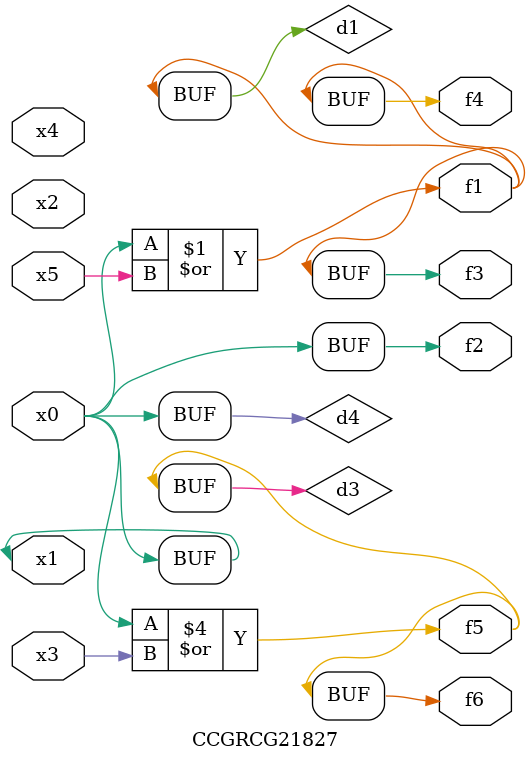
<source format=v>
module CCGRCG21827(
	input x0, x1, x2, x3, x4, x5,
	output f1, f2, f3, f4, f5, f6
);

	wire d1, d2, d3, d4;

	or (d1, x0, x5);
	xnor (d2, x1, x4);
	or (d3, x0, x3);
	buf (d4, x0, x1);
	assign f1 = d1;
	assign f2 = d4;
	assign f3 = d1;
	assign f4 = d1;
	assign f5 = d3;
	assign f6 = d3;
endmodule

</source>
